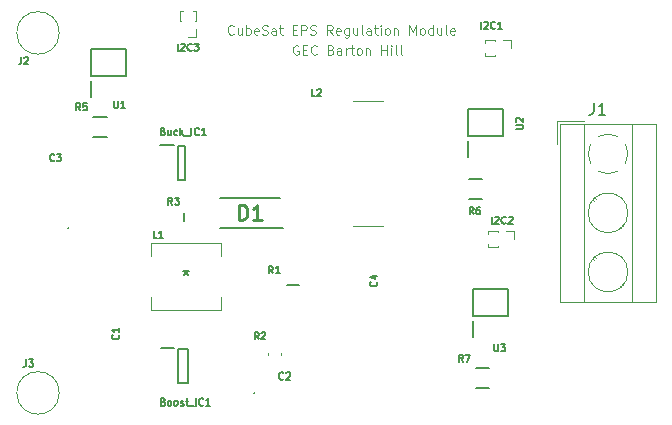
<source format=gbr>
%TF.GenerationSoftware,KiCad,Pcbnew,(6.0.11)*%
%TF.CreationDate,2023-02-13T21:25:59+05:30*%
%TF.ProjectId,1,312e6b69-6361-4645-9f70-636258585858,rev?*%
%TF.SameCoordinates,Original*%
%TF.FileFunction,Legend,Top*%
%TF.FilePolarity,Positive*%
%FSLAX46Y46*%
G04 Gerber Fmt 4.6, Leading zero omitted, Abs format (unit mm)*
G04 Created by KiCad (PCBNEW (6.0.11)) date 2023-02-13 21:25:59*
%MOMM*%
%LPD*%
G01*
G04 APERTURE LIST*
%ADD10C,0.100000*%
%ADD11C,0.150000*%
%ADD12C,0.254000*%
%ADD13C,0.120000*%
%ADD14C,0.200000*%
%ADD15C,0.152400*%
G04 APERTURE END LIST*
D10*
X151176190Y-71185714D02*
X151138095Y-71223809D01*
X151023809Y-71261904D01*
X150947619Y-71261904D01*
X150833333Y-71223809D01*
X150757142Y-71147619D01*
X150719047Y-71071428D01*
X150680952Y-70919047D01*
X150680952Y-70804761D01*
X150719047Y-70652380D01*
X150757142Y-70576190D01*
X150833333Y-70500000D01*
X150947619Y-70461904D01*
X151023809Y-70461904D01*
X151138095Y-70500000D01*
X151176190Y-70538095D01*
X151861904Y-70728571D02*
X151861904Y-71261904D01*
X151519047Y-70728571D02*
X151519047Y-71147619D01*
X151557142Y-71223809D01*
X151633333Y-71261904D01*
X151747619Y-71261904D01*
X151823809Y-71223809D01*
X151861904Y-71185714D01*
X152242857Y-71261904D02*
X152242857Y-70461904D01*
X152242857Y-70766666D02*
X152319047Y-70728571D01*
X152471428Y-70728571D01*
X152547619Y-70766666D01*
X152585714Y-70804761D01*
X152623809Y-70880952D01*
X152623809Y-71109523D01*
X152585714Y-71185714D01*
X152547619Y-71223809D01*
X152471428Y-71261904D01*
X152319047Y-71261904D01*
X152242857Y-71223809D01*
X153271428Y-71223809D02*
X153195238Y-71261904D01*
X153042857Y-71261904D01*
X152966666Y-71223809D01*
X152928571Y-71147619D01*
X152928571Y-70842857D01*
X152966666Y-70766666D01*
X153042857Y-70728571D01*
X153195238Y-70728571D01*
X153271428Y-70766666D01*
X153309523Y-70842857D01*
X153309523Y-70919047D01*
X152928571Y-70995238D01*
X153614285Y-71223809D02*
X153728571Y-71261904D01*
X153919047Y-71261904D01*
X153995238Y-71223809D01*
X154033333Y-71185714D01*
X154071428Y-71109523D01*
X154071428Y-71033333D01*
X154033333Y-70957142D01*
X153995238Y-70919047D01*
X153919047Y-70880952D01*
X153766666Y-70842857D01*
X153690476Y-70804761D01*
X153652380Y-70766666D01*
X153614285Y-70690476D01*
X153614285Y-70614285D01*
X153652380Y-70538095D01*
X153690476Y-70500000D01*
X153766666Y-70461904D01*
X153957142Y-70461904D01*
X154071428Y-70500000D01*
X154757142Y-71261904D02*
X154757142Y-70842857D01*
X154719047Y-70766666D01*
X154642857Y-70728571D01*
X154490476Y-70728571D01*
X154414285Y-70766666D01*
X154757142Y-71223809D02*
X154680952Y-71261904D01*
X154490476Y-71261904D01*
X154414285Y-71223809D01*
X154376190Y-71147619D01*
X154376190Y-71071428D01*
X154414285Y-70995238D01*
X154490476Y-70957142D01*
X154680952Y-70957142D01*
X154757142Y-70919047D01*
X155023809Y-70728571D02*
X155328571Y-70728571D01*
X155138095Y-70461904D02*
X155138095Y-71147619D01*
X155176190Y-71223809D01*
X155252380Y-71261904D01*
X155328571Y-71261904D01*
X156204761Y-70842857D02*
X156471428Y-70842857D01*
X156585714Y-71261904D02*
X156204761Y-71261904D01*
X156204761Y-70461904D01*
X156585714Y-70461904D01*
X156928571Y-71261904D02*
X156928571Y-70461904D01*
X157233333Y-70461904D01*
X157309523Y-70500000D01*
X157347619Y-70538095D01*
X157385714Y-70614285D01*
X157385714Y-70728571D01*
X157347619Y-70804761D01*
X157309523Y-70842857D01*
X157233333Y-70880952D01*
X156928571Y-70880952D01*
X157690476Y-71223809D02*
X157804761Y-71261904D01*
X157995238Y-71261904D01*
X158071428Y-71223809D01*
X158109523Y-71185714D01*
X158147619Y-71109523D01*
X158147619Y-71033333D01*
X158109523Y-70957142D01*
X158071428Y-70919047D01*
X157995238Y-70880952D01*
X157842857Y-70842857D01*
X157766666Y-70804761D01*
X157728571Y-70766666D01*
X157690476Y-70690476D01*
X157690476Y-70614285D01*
X157728571Y-70538095D01*
X157766666Y-70500000D01*
X157842857Y-70461904D01*
X158033333Y-70461904D01*
X158147619Y-70500000D01*
X159557142Y-71261904D02*
X159290476Y-70880952D01*
X159100000Y-71261904D02*
X159100000Y-70461904D01*
X159404761Y-70461904D01*
X159480952Y-70500000D01*
X159519047Y-70538095D01*
X159557142Y-70614285D01*
X159557142Y-70728571D01*
X159519047Y-70804761D01*
X159480952Y-70842857D01*
X159404761Y-70880952D01*
X159100000Y-70880952D01*
X160204761Y-71223809D02*
X160128571Y-71261904D01*
X159976190Y-71261904D01*
X159900000Y-71223809D01*
X159861904Y-71147619D01*
X159861904Y-70842857D01*
X159900000Y-70766666D01*
X159976190Y-70728571D01*
X160128571Y-70728571D01*
X160204761Y-70766666D01*
X160242857Y-70842857D01*
X160242857Y-70919047D01*
X159861904Y-70995238D01*
X160928571Y-70728571D02*
X160928571Y-71376190D01*
X160890476Y-71452380D01*
X160852380Y-71490476D01*
X160776190Y-71528571D01*
X160661904Y-71528571D01*
X160585714Y-71490476D01*
X160928571Y-71223809D02*
X160852380Y-71261904D01*
X160700000Y-71261904D01*
X160623809Y-71223809D01*
X160585714Y-71185714D01*
X160547619Y-71109523D01*
X160547619Y-70880952D01*
X160585714Y-70804761D01*
X160623809Y-70766666D01*
X160700000Y-70728571D01*
X160852380Y-70728571D01*
X160928571Y-70766666D01*
X161652380Y-70728571D02*
X161652380Y-71261904D01*
X161309523Y-70728571D02*
X161309523Y-71147619D01*
X161347619Y-71223809D01*
X161423809Y-71261904D01*
X161538095Y-71261904D01*
X161614285Y-71223809D01*
X161652380Y-71185714D01*
X162147619Y-71261904D02*
X162071428Y-71223809D01*
X162033333Y-71147619D01*
X162033333Y-70461904D01*
X162795238Y-71261904D02*
X162795238Y-70842857D01*
X162757142Y-70766666D01*
X162680952Y-70728571D01*
X162528571Y-70728571D01*
X162452380Y-70766666D01*
X162795238Y-71223809D02*
X162719047Y-71261904D01*
X162528571Y-71261904D01*
X162452380Y-71223809D01*
X162414285Y-71147619D01*
X162414285Y-71071428D01*
X162452380Y-70995238D01*
X162528571Y-70957142D01*
X162719047Y-70957142D01*
X162795238Y-70919047D01*
X163061904Y-70728571D02*
X163366666Y-70728571D01*
X163176190Y-70461904D02*
X163176190Y-71147619D01*
X163214285Y-71223809D01*
X163290476Y-71261904D01*
X163366666Y-71261904D01*
X163633333Y-71261904D02*
X163633333Y-70728571D01*
X163633333Y-70461904D02*
X163595238Y-70500000D01*
X163633333Y-70538095D01*
X163671428Y-70500000D01*
X163633333Y-70461904D01*
X163633333Y-70538095D01*
X164128571Y-71261904D02*
X164052380Y-71223809D01*
X164014285Y-71185714D01*
X163976190Y-71109523D01*
X163976190Y-70880952D01*
X164014285Y-70804761D01*
X164052380Y-70766666D01*
X164128571Y-70728571D01*
X164242857Y-70728571D01*
X164319047Y-70766666D01*
X164357142Y-70804761D01*
X164395238Y-70880952D01*
X164395238Y-71109523D01*
X164357142Y-71185714D01*
X164319047Y-71223809D01*
X164242857Y-71261904D01*
X164128571Y-71261904D01*
X164738095Y-70728571D02*
X164738095Y-71261904D01*
X164738095Y-70804761D02*
X164776190Y-70766666D01*
X164852380Y-70728571D01*
X164966666Y-70728571D01*
X165042857Y-70766666D01*
X165080952Y-70842857D01*
X165080952Y-71261904D01*
X166071428Y-71261904D02*
X166071428Y-70461904D01*
X166338095Y-71033333D01*
X166604761Y-70461904D01*
X166604761Y-71261904D01*
X167100000Y-71261904D02*
X167023809Y-71223809D01*
X166985714Y-71185714D01*
X166947619Y-71109523D01*
X166947619Y-70880952D01*
X166985714Y-70804761D01*
X167023809Y-70766666D01*
X167100000Y-70728571D01*
X167214285Y-70728571D01*
X167290476Y-70766666D01*
X167328571Y-70804761D01*
X167366666Y-70880952D01*
X167366666Y-71109523D01*
X167328571Y-71185714D01*
X167290476Y-71223809D01*
X167214285Y-71261904D01*
X167100000Y-71261904D01*
X168052380Y-71261904D02*
X168052380Y-70461904D01*
X168052380Y-71223809D02*
X167976190Y-71261904D01*
X167823809Y-71261904D01*
X167747619Y-71223809D01*
X167709523Y-71185714D01*
X167671428Y-71109523D01*
X167671428Y-70880952D01*
X167709523Y-70804761D01*
X167747619Y-70766666D01*
X167823809Y-70728571D01*
X167976190Y-70728571D01*
X168052380Y-70766666D01*
X168776190Y-70728571D02*
X168776190Y-71261904D01*
X168433333Y-70728571D02*
X168433333Y-71147619D01*
X168471428Y-71223809D01*
X168547619Y-71261904D01*
X168661904Y-71261904D01*
X168738095Y-71223809D01*
X168776190Y-71185714D01*
X169271428Y-71261904D02*
X169195238Y-71223809D01*
X169157142Y-71147619D01*
X169157142Y-70461904D01*
X169880952Y-71223809D02*
X169804761Y-71261904D01*
X169652380Y-71261904D01*
X169576190Y-71223809D01*
X169538095Y-71147619D01*
X169538095Y-70842857D01*
X169576190Y-70766666D01*
X169652380Y-70728571D01*
X169804761Y-70728571D01*
X169880952Y-70766666D01*
X169919047Y-70842857D01*
X169919047Y-70919047D01*
X169538095Y-70995238D01*
X156647619Y-72200000D02*
X156571428Y-72161904D01*
X156457142Y-72161904D01*
X156342857Y-72200000D01*
X156266666Y-72276190D01*
X156228571Y-72352380D01*
X156190476Y-72504761D01*
X156190476Y-72619047D01*
X156228571Y-72771428D01*
X156266666Y-72847619D01*
X156342857Y-72923809D01*
X156457142Y-72961904D01*
X156533333Y-72961904D01*
X156647619Y-72923809D01*
X156685714Y-72885714D01*
X156685714Y-72619047D01*
X156533333Y-72619047D01*
X157028571Y-72542857D02*
X157295238Y-72542857D01*
X157409523Y-72961904D02*
X157028571Y-72961904D01*
X157028571Y-72161904D01*
X157409523Y-72161904D01*
X158209523Y-72885714D02*
X158171428Y-72923809D01*
X158057142Y-72961904D01*
X157980952Y-72961904D01*
X157866666Y-72923809D01*
X157790476Y-72847619D01*
X157752380Y-72771428D01*
X157714285Y-72619047D01*
X157714285Y-72504761D01*
X157752380Y-72352380D01*
X157790476Y-72276190D01*
X157866666Y-72200000D01*
X157980952Y-72161904D01*
X158057142Y-72161904D01*
X158171428Y-72200000D01*
X158209523Y-72238095D01*
X159428571Y-72542857D02*
X159542857Y-72580952D01*
X159580952Y-72619047D01*
X159619047Y-72695238D01*
X159619047Y-72809523D01*
X159580952Y-72885714D01*
X159542857Y-72923809D01*
X159466666Y-72961904D01*
X159161904Y-72961904D01*
X159161904Y-72161904D01*
X159428571Y-72161904D01*
X159504761Y-72200000D01*
X159542857Y-72238095D01*
X159580952Y-72314285D01*
X159580952Y-72390476D01*
X159542857Y-72466666D01*
X159504761Y-72504761D01*
X159428571Y-72542857D01*
X159161904Y-72542857D01*
X160304761Y-72961904D02*
X160304761Y-72542857D01*
X160266666Y-72466666D01*
X160190476Y-72428571D01*
X160038095Y-72428571D01*
X159961904Y-72466666D01*
X160304761Y-72923809D02*
X160228571Y-72961904D01*
X160038095Y-72961904D01*
X159961904Y-72923809D01*
X159923809Y-72847619D01*
X159923809Y-72771428D01*
X159961904Y-72695238D01*
X160038095Y-72657142D01*
X160228571Y-72657142D01*
X160304761Y-72619047D01*
X160685714Y-72961904D02*
X160685714Y-72428571D01*
X160685714Y-72580952D02*
X160723809Y-72504761D01*
X160761904Y-72466666D01*
X160838095Y-72428571D01*
X160914285Y-72428571D01*
X161066666Y-72428571D02*
X161371428Y-72428571D01*
X161180952Y-72161904D02*
X161180952Y-72847619D01*
X161219047Y-72923809D01*
X161295238Y-72961904D01*
X161371428Y-72961904D01*
X161752380Y-72961904D02*
X161676190Y-72923809D01*
X161638095Y-72885714D01*
X161600000Y-72809523D01*
X161600000Y-72580952D01*
X161638095Y-72504761D01*
X161676190Y-72466666D01*
X161752380Y-72428571D01*
X161866666Y-72428571D01*
X161942857Y-72466666D01*
X161980952Y-72504761D01*
X162019047Y-72580952D01*
X162019047Y-72809523D01*
X161980952Y-72885714D01*
X161942857Y-72923809D01*
X161866666Y-72961904D01*
X161752380Y-72961904D01*
X162361904Y-72428571D02*
X162361904Y-72961904D01*
X162361904Y-72504761D02*
X162399999Y-72466666D01*
X162476190Y-72428571D01*
X162590476Y-72428571D01*
X162666666Y-72466666D01*
X162704761Y-72542857D01*
X162704761Y-72961904D01*
X163695238Y-72961904D02*
X163695238Y-72161904D01*
X163695238Y-72542857D02*
X164152380Y-72542857D01*
X164152380Y-72961904D02*
X164152380Y-72161904D01*
X164533333Y-72961904D02*
X164533333Y-72428571D01*
X164533333Y-72161904D02*
X164495238Y-72200000D01*
X164533333Y-72238095D01*
X164571428Y-72200000D01*
X164533333Y-72161904D01*
X164533333Y-72238095D01*
X165028571Y-72961904D02*
X164952380Y-72923809D01*
X164914285Y-72847619D01*
X164914285Y-72161904D01*
X165447619Y-72961904D02*
X165371428Y-72923809D01*
X165333333Y-72847619D01*
X165333333Y-72161904D01*
D11*
%TO.C,L2*%
X158100000Y-76471428D02*
X157814285Y-76471428D01*
X157814285Y-75871428D01*
X158271428Y-75928571D02*
X158300000Y-75900000D01*
X158357142Y-75871428D01*
X158500000Y-75871428D01*
X158557142Y-75900000D01*
X158585714Y-75928571D01*
X158614285Y-75985714D01*
X158614285Y-76042857D01*
X158585714Y-76128571D01*
X158242857Y-76471428D01*
X158614285Y-76471428D01*
%TO.C,C2*%
X155400000Y-100414285D02*
X155371428Y-100442857D01*
X155285714Y-100471428D01*
X155228571Y-100471428D01*
X155142857Y-100442857D01*
X155085714Y-100385714D01*
X155057142Y-100328571D01*
X155028571Y-100214285D01*
X155028571Y-100128571D01*
X155057142Y-100014285D01*
X155085714Y-99957142D01*
X155142857Y-99900000D01*
X155228571Y-99871428D01*
X155285714Y-99871428D01*
X155371428Y-99900000D01*
X155400000Y-99928571D01*
X155628571Y-99928571D02*
X155657142Y-99900000D01*
X155714285Y-99871428D01*
X155857142Y-99871428D01*
X155914285Y-99900000D01*
X155942857Y-99928571D01*
X155971428Y-99985714D01*
X155971428Y-100042857D01*
X155942857Y-100128571D01*
X155600000Y-100471428D01*
X155971428Y-100471428D01*
%TO.C,R6*%
X171500000Y-86471428D02*
X171300000Y-86185714D01*
X171157142Y-86471428D02*
X171157142Y-85871428D01*
X171385714Y-85871428D01*
X171442857Y-85900000D01*
X171471428Y-85928571D01*
X171500000Y-85985714D01*
X171500000Y-86071428D01*
X171471428Y-86128571D01*
X171442857Y-86157142D01*
X171385714Y-86185714D01*
X171157142Y-86185714D01*
X172014285Y-85871428D02*
X171900000Y-85871428D01*
X171842857Y-85900000D01*
X171814285Y-85928571D01*
X171757142Y-86014285D01*
X171728571Y-86128571D01*
X171728571Y-86357142D01*
X171757142Y-86414285D01*
X171785714Y-86442857D01*
X171842857Y-86471428D01*
X171957142Y-86471428D01*
X172014285Y-86442857D01*
X172042857Y-86414285D01*
X172071428Y-86357142D01*
X172071428Y-86214285D01*
X172042857Y-86157142D01*
X172014285Y-86128571D01*
X171957142Y-86100000D01*
X171842857Y-86100000D01*
X171785714Y-86128571D01*
X171757142Y-86157142D01*
X171728571Y-86214285D01*
%TO.C,R5*%
X138200000Y-77671428D02*
X138000000Y-77385714D01*
X137857142Y-77671428D02*
X137857142Y-77071428D01*
X138085714Y-77071428D01*
X138142857Y-77100000D01*
X138171428Y-77128571D01*
X138200000Y-77185714D01*
X138200000Y-77271428D01*
X138171428Y-77328571D01*
X138142857Y-77357142D01*
X138085714Y-77385714D01*
X137857142Y-77385714D01*
X138742857Y-77071428D02*
X138457142Y-77071428D01*
X138428571Y-77357142D01*
X138457142Y-77328571D01*
X138514285Y-77300000D01*
X138657142Y-77300000D01*
X138714285Y-77328571D01*
X138742857Y-77357142D01*
X138771428Y-77414285D01*
X138771428Y-77557142D01*
X138742857Y-77614285D01*
X138714285Y-77642857D01*
X138657142Y-77671428D01*
X138514285Y-77671428D01*
X138457142Y-77642857D01*
X138428571Y-77614285D01*
%TO.C,J1*%
X181666666Y-77052380D02*
X181666666Y-77766666D01*
X181619047Y-77909523D01*
X181523809Y-78004761D01*
X181380952Y-78052380D01*
X181285714Y-78052380D01*
X182666666Y-78052380D02*
X182095238Y-78052380D01*
X182380952Y-78052380D02*
X182380952Y-77052380D01*
X182285714Y-77195238D01*
X182190476Y-77290476D01*
X182095238Y-77338095D01*
%TO.C,R1*%
X154500000Y-91471428D02*
X154300000Y-91185714D01*
X154157142Y-91471428D02*
X154157142Y-90871428D01*
X154385714Y-90871428D01*
X154442857Y-90900000D01*
X154471428Y-90928571D01*
X154500000Y-90985714D01*
X154500000Y-91071428D01*
X154471428Y-91128571D01*
X154442857Y-91157142D01*
X154385714Y-91185714D01*
X154157142Y-91185714D01*
X155071428Y-91471428D02*
X154728571Y-91471428D01*
X154900000Y-91471428D02*
X154900000Y-90871428D01*
X154842857Y-90957142D01*
X154785714Y-91014285D01*
X154728571Y-91042857D01*
%TO.C,Boost_IC1*%
X145228571Y-102357142D02*
X145314285Y-102385714D01*
X145342857Y-102414285D01*
X145371428Y-102471428D01*
X145371428Y-102557142D01*
X145342857Y-102614285D01*
X145314285Y-102642857D01*
X145257142Y-102671428D01*
X145028571Y-102671428D01*
X145028571Y-102071428D01*
X145228571Y-102071428D01*
X145285714Y-102100000D01*
X145314285Y-102128571D01*
X145342857Y-102185714D01*
X145342857Y-102242857D01*
X145314285Y-102300000D01*
X145285714Y-102328571D01*
X145228571Y-102357142D01*
X145028571Y-102357142D01*
X145714285Y-102671428D02*
X145657142Y-102642857D01*
X145628571Y-102614285D01*
X145600000Y-102557142D01*
X145600000Y-102385714D01*
X145628571Y-102328571D01*
X145657142Y-102300000D01*
X145714285Y-102271428D01*
X145800000Y-102271428D01*
X145857142Y-102300000D01*
X145885714Y-102328571D01*
X145914285Y-102385714D01*
X145914285Y-102557142D01*
X145885714Y-102614285D01*
X145857142Y-102642857D01*
X145800000Y-102671428D01*
X145714285Y-102671428D01*
X146257142Y-102671428D02*
X146200000Y-102642857D01*
X146171428Y-102614285D01*
X146142857Y-102557142D01*
X146142857Y-102385714D01*
X146171428Y-102328571D01*
X146200000Y-102300000D01*
X146257142Y-102271428D01*
X146342857Y-102271428D01*
X146400000Y-102300000D01*
X146428571Y-102328571D01*
X146457142Y-102385714D01*
X146457142Y-102557142D01*
X146428571Y-102614285D01*
X146400000Y-102642857D01*
X146342857Y-102671428D01*
X146257142Y-102671428D01*
X146685714Y-102642857D02*
X146742857Y-102671428D01*
X146857142Y-102671428D01*
X146914285Y-102642857D01*
X146942857Y-102585714D01*
X146942857Y-102557142D01*
X146914285Y-102500000D01*
X146857142Y-102471428D01*
X146771428Y-102471428D01*
X146714285Y-102442857D01*
X146685714Y-102385714D01*
X146685714Y-102357142D01*
X146714285Y-102300000D01*
X146771428Y-102271428D01*
X146857142Y-102271428D01*
X146914285Y-102300000D01*
X147114285Y-102271428D02*
X147342857Y-102271428D01*
X147200000Y-102071428D02*
X147200000Y-102585714D01*
X147228571Y-102642857D01*
X147285714Y-102671428D01*
X147342857Y-102671428D01*
X147400000Y-102728571D02*
X147857142Y-102728571D01*
X148000000Y-102671428D02*
X148000000Y-102071428D01*
X148628571Y-102614285D02*
X148600000Y-102642857D01*
X148514285Y-102671428D01*
X148457142Y-102671428D01*
X148371428Y-102642857D01*
X148314285Y-102585714D01*
X148285714Y-102528571D01*
X148257142Y-102414285D01*
X148257142Y-102328571D01*
X148285714Y-102214285D01*
X148314285Y-102157142D01*
X148371428Y-102100000D01*
X148457142Y-102071428D01*
X148514285Y-102071428D01*
X148600000Y-102100000D01*
X148628571Y-102128571D01*
X149200000Y-102671428D02*
X148857142Y-102671428D01*
X149028571Y-102671428D02*
X149028571Y-102071428D01*
X148971428Y-102157142D01*
X148914285Y-102214285D01*
X148857142Y-102242857D01*
%TO.C,R3*%
X146000000Y-85671428D02*
X145800000Y-85385714D01*
X145657142Y-85671428D02*
X145657142Y-85071428D01*
X145885714Y-85071428D01*
X145942857Y-85100000D01*
X145971428Y-85128571D01*
X146000000Y-85185714D01*
X146000000Y-85271428D01*
X145971428Y-85328571D01*
X145942857Y-85357142D01*
X145885714Y-85385714D01*
X145657142Y-85385714D01*
X146200000Y-85071428D02*
X146571428Y-85071428D01*
X146371428Y-85300000D01*
X146457142Y-85300000D01*
X146514285Y-85328571D01*
X146542857Y-85357142D01*
X146571428Y-85414285D01*
X146571428Y-85557142D01*
X146542857Y-85614285D01*
X146514285Y-85642857D01*
X146457142Y-85671428D01*
X146285714Y-85671428D01*
X146228571Y-85642857D01*
X146200000Y-85614285D01*
%TO.C,U2*%
X175071428Y-79257142D02*
X175557142Y-79257142D01*
X175614285Y-79228571D01*
X175642857Y-79200000D01*
X175671428Y-79142857D01*
X175671428Y-79028571D01*
X175642857Y-78971428D01*
X175614285Y-78942857D01*
X175557142Y-78914285D01*
X175071428Y-78914285D01*
X175128571Y-78657142D02*
X175100000Y-78628571D01*
X175071428Y-78571428D01*
X175071428Y-78428571D01*
X175100000Y-78371428D01*
X175128571Y-78342857D01*
X175185714Y-78314285D01*
X175242857Y-78314285D01*
X175328571Y-78342857D01*
X175671428Y-78685714D01*
X175671428Y-78314285D01*
D12*
%TO.C,D1*%
X151612619Y-86934523D02*
X151612619Y-85664523D01*
X151915000Y-85664523D01*
X152096428Y-85725000D01*
X152217380Y-85845952D01*
X152277857Y-85966904D01*
X152338333Y-86208809D01*
X152338333Y-86390238D01*
X152277857Y-86632142D01*
X152217380Y-86753095D01*
X152096428Y-86874047D01*
X151915000Y-86934523D01*
X151612619Y-86934523D01*
X153547857Y-86934523D02*
X152822142Y-86934523D01*
X153185000Y-86934523D02*
X153185000Y-85664523D01*
X153064047Y-85845952D01*
X152943095Y-85966904D01*
X152822142Y-86027380D01*
D11*
%TO.C,J2*%
X133200000Y-73171428D02*
X133200000Y-73600000D01*
X133171428Y-73685714D01*
X133114285Y-73742857D01*
X133028571Y-73771428D01*
X132971428Y-73771428D01*
X133457142Y-73228571D02*
X133485714Y-73200000D01*
X133542857Y-73171428D01*
X133685714Y-73171428D01*
X133742857Y-73200000D01*
X133771428Y-73228571D01*
X133800000Y-73285714D01*
X133800000Y-73342857D01*
X133771428Y-73428571D01*
X133428571Y-73771428D01*
X133800000Y-73771428D01*
%TO.C,R7*%
X170600000Y-98971428D02*
X170400000Y-98685714D01*
X170257142Y-98971428D02*
X170257142Y-98371428D01*
X170485714Y-98371428D01*
X170542857Y-98400000D01*
X170571428Y-98428571D01*
X170600000Y-98485714D01*
X170600000Y-98571428D01*
X170571428Y-98628571D01*
X170542857Y-98657142D01*
X170485714Y-98685714D01*
X170257142Y-98685714D01*
X170800000Y-98371428D02*
X171200000Y-98371428D01*
X170942857Y-98971428D01*
%TO.C,Buck_IC1*%
X145214285Y-79457142D02*
X145300000Y-79485714D01*
X145328571Y-79514285D01*
X145357142Y-79571428D01*
X145357142Y-79657142D01*
X145328571Y-79714285D01*
X145300000Y-79742857D01*
X145242857Y-79771428D01*
X145014285Y-79771428D01*
X145014285Y-79171428D01*
X145214285Y-79171428D01*
X145271428Y-79200000D01*
X145300000Y-79228571D01*
X145328571Y-79285714D01*
X145328571Y-79342857D01*
X145300000Y-79400000D01*
X145271428Y-79428571D01*
X145214285Y-79457142D01*
X145014285Y-79457142D01*
X145871428Y-79371428D02*
X145871428Y-79771428D01*
X145614285Y-79371428D02*
X145614285Y-79685714D01*
X145642857Y-79742857D01*
X145700000Y-79771428D01*
X145785714Y-79771428D01*
X145842857Y-79742857D01*
X145871428Y-79714285D01*
X146414285Y-79742857D02*
X146357142Y-79771428D01*
X146242857Y-79771428D01*
X146185714Y-79742857D01*
X146157142Y-79714285D01*
X146128571Y-79657142D01*
X146128571Y-79485714D01*
X146157142Y-79428571D01*
X146185714Y-79400000D01*
X146242857Y-79371428D01*
X146357142Y-79371428D01*
X146414285Y-79400000D01*
X146671428Y-79771428D02*
X146671428Y-79171428D01*
X146728571Y-79542857D02*
X146900000Y-79771428D01*
X146900000Y-79371428D02*
X146671428Y-79600000D01*
X147014285Y-79828571D02*
X147471428Y-79828571D01*
X147614285Y-79771428D02*
X147614285Y-79171428D01*
X148242857Y-79714285D02*
X148214285Y-79742857D01*
X148128571Y-79771428D01*
X148071428Y-79771428D01*
X147985714Y-79742857D01*
X147928571Y-79685714D01*
X147900000Y-79628571D01*
X147871428Y-79514285D01*
X147871428Y-79428571D01*
X147900000Y-79314285D01*
X147928571Y-79257142D01*
X147985714Y-79200000D01*
X148071428Y-79171428D01*
X148128571Y-79171428D01*
X148214285Y-79200000D01*
X148242857Y-79228571D01*
X148814285Y-79771428D02*
X148471428Y-79771428D01*
X148642857Y-79771428D02*
X148642857Y-79171428D01*
X148585714Y-79257142D01*
X148528571Y-79314285D01*
X148471428Y-79342857D01*
%TO.C,I2C1*%
X172128571Y-70771428D02*
X172128571Y-70171428D01*
X172385714Y-70228571D02*
X172414285Y-70200000D01*
X172471428Y-70171428D01*
X172614285Y-70171428D01*
X172671428Y-70200000D01*
X172700000Y-70228571D01*
X172728571Y-70285714D01*
X172728571Y-70342857D01*
X172700000Y-70428571D01*
X172357142Y-70771428D01*
X172728571Y-70771428D01*
X173328571Y-70714285D02*
X173300000Y-70742857D01*
X173214285Y-70771428D01*
X173157142Y-70771428D01*
X173071428Y-70742857D01*
X173014285Y-70685714D01*
X172985714Y-70628571D01*
X172957142Y-70514285D01*
X172957142Y-70428571D01*
X172985714Y-70314285D01*
X173014285Y-70257142D01*
X173071428Y-70200000D01*
X173157142Y-70171428D01*
X173214285Y-70171428D01*
X173300000Y-70200000D01*
X173328571Y-70228571D01*
X173900000Y-70771428D02*
X173557142Y-70771428D01*
X173728571Y-70771428D02*
X173728571Y-70171428D01*
X173671428Y-70257142D01*
X173614285Y-70314285D01*
X173557142Y-70342857D01*
%TO.C,U3*%
X173242857Y-97471428D02*
X173242857Y-97957142D01*
X173271428Y-98014285D01*
X173300000Y-98042857D01*
X173357142Y-98071428D01*
X173471428Y-98071428D01*
X173528571Y-98042857D01*
X173557142Y-98014285D01*
X173585714Y-97957142D01*
X173585714Y-97471428D01*
X173814285Y-97471428D02*
X174185714Y-97471428D01*
X173985714Y-97700000D01*
X174071428Y-97700000D01*
X174128571Y-97728571D01*
X174157142Y-97757142D01*
X174185714Y-97814285D01*
X174185714Y-97957142D01*
X174157142Y-98014285D01*
X174128571Y-98042857D01*
X174071428Y-98071428D01*
X173900000Y-98071428D01*
X173842857Y-98042857D01*
X173814285Y-98014285D01*
%TO.C,J3*%
X133600000Y-98771428D02*
X133600000Y-99200000D01*
X133571428Y-99285714D01*
X133514285Y-99342857D01*
X133428571Y-99371428D01*
X133371428Y-99371428D01*
X133828571Y-98771428D02*
X134200000Y-98771428D01*
X134000000Y-99000000D01*
X134085714Y-99000000D01*
X134142857Y-99028571D01*
X134171428Y-99057142D01*
X134200000Y-99114285D01*
X134200000Y-99257142D01*
X134171428Y-99314285D01*
X134142857Y-99342857D01*
X134085714Y-99371428D01*
X133914285Y-99371428D01*
X133857142Y-99342857D01*
X133828571Y-99314285D01*
%TO.C,I2C3*%
X146448571Y-72623428D02*
X146448571Y-72023428D01*
X146705714Y-72080571D02*
X146734285Y-72052000D01*
X146791428Y-72023428D01*
X146934285Y-72023428D01*
X146991428Y-72052000D01*
X147020000Y-72080571D01*
X147048571Y-72137714D01*
X147048571Y-72194857D01*
X147020000Y-72280571D01*
X146677142Y-72623428D01*
X147048571Y-72623428D01*
X147648571Y-72566285D02*
X147620000Y-72594857D01*
X147534285Y-72623428D01*
X147477142Y-72623428D01*
X147391428Y-72594857D01*
X147334285Y-72537714D01*
X147305714Y-72480571D01*
X147277142Y-72366285D01*
X147277142Y-72280571D01*
X147305714Y-72166285D01*
X147334285Y-72109142D01*
X147391428Y-72052000D01*
X147477142Y-72023428D01*
X147534285Y-72023428D01*
X147620000Y-72052000D01*
X147648571Y-72080571D01*
X147848571Y-72023428D02*
X148220000Y-72023428D01*
X148020000Y-72252000D01*
X148105714Y-72252000D01*
X148162857Y-72280571D01*
X148191428Y-72309142D01*
X148220000Y-72366285D01*
X148220000Y-72509142D01*
X148191428Y-72566285D01*
X148162857Y-72594857D01*
X148105714Y-72623428D01*
X147934285Y-72623428D01*
X147877142Y-72594857D01*
X147848571Y-72566285D01*
%TO.C,C4*%
X163282285Y-92200000D02*
X163310857Y-92228571D01*
X163339428Y-92314285D01*
X163339428Y-92371428D01*
X163310857Y-92457142D01*
X163253714Y-92514285D01*
X163196571Y-92542857D01*
X163082285Y-92571428D01*
X162996571Y-92571428D01*
X162882285Y-92542857D01*
X162825142Y-92514285D01*
X162768000Y-92457142D01*
X162739428Y-92371428D01*
X162739428Y-92314285D01*
X162768000Y-92228571D01*
X162796571Y-92200000D01*
X162939428Y-91685714D02*
X163339428Y-91685714D01*
X162710857Y-91828571D02*
X163139428Y-91971428D01*
X163139428Y-91600000D01*
%TO.C,U1*%
X141042857Y-76871428D02*
X141042857Y-77357142D01*
X141071428Y-77414285D01*
X141100000Y-77442857D01*
X141157142Y-77471428D01*
X141271428Y-77471428D01*
X141328571Y-77442857D01*
X141357142Y-77414285D01*
X141385714Y-77357142D01*
X141385714Y-76871428D01*
X141985714Y-77471428D02*
X141642857Y-77471428D01*
X141814285Y-77471428D02*
X141814285Y-76871428D01*
X141757142Y-76957142D01*
X141700000Y-77014285D01*
X141642857Y-77042857D01*
%TO.C,R2*%
X153300000Y-97071428D02*
X153100000Y-96785714D01*
X152957142Y-97071428D02*
X152957142Y-96471428D01*
X153185714Y-96471428D01*
X153242857Y-96500000D01*
X153271428Y-96528571D01*
X153300000Y-96585714D01*
X153300000Y-96671428D01*
X153271428Y-96728571D01*
X153242857Y-96757142D01*
X153185714Y-96785714D01*
X152957142Y-96785714D01*
X153528571Y-96528571D02*
X153557142Y-96500000D01*
X153614285Y-96471428D01*
X153757142Y-96471428D01*
X153814285Y-96500000D01*
X153842857Y-96528571D01*
X153871428Y-96585714D01*
X153871428Y-96642857D01*
X153842857Y-96728571D01*
X153500000Y-97071428D01*
X153871428Y-97071428D01*
%TO.C,I2C2*%
X173028571Y-87271428D02*
X173028571Y-86671428D01*
X173285714Y-86728571D02*
X173314285Y-86700000D01*
X173371428Y-86671428D01*
X173514285Y-86671428D01*
X173571428Y-86700000D01*
X173600000Y-86728571D01*
X173628571Y-86785714D01*
X173628571Y-86842857D01*
X173600000Y-86928571D01*
X173257142Y-87271428D01*
X173628571Y-87271428D01*
X174228571Y-87214285D02*
X174200000Y-87242857D01*
X174114285Y-87271428D01*
X174057142Y-87271428D01*
X173971428Y-87242857D01*
X173914285Y-87185714D01*
X173885714Y-87128571D01*
X173857142Y-87014285D01*
X173857142Y-86928571D01*
X173885714Y-86814285D01*
X173914285Y-86757142D01*
X173971428Y-86700000D01*
X174057142Y-86671428D01*
X174114285Y-86671428D01*
X174200000Y-86700000D01*
X174228571Y-86728571D01*
X174457142Y-86728571D02*
X174485714Y-86700000D01*
X174542857Y-86671428D01*
X174685714Y-86671428D01*
X174742857Y-86700000D01*
X174771428Y-86728571D01*
X174800000Y-86785714D01*
X174800000Y-86842857D01*
X174771428Y-86928571D01*
X174428571Y-87271428D01*
X174800000Y-87271428D01*
%TO.C,C1*%
X141438285Y-96700000D02*
X141466857Y-96728571D01*
X141495428Y-96814285D01*
X141495428Y-96871428D01*
X141466857Y-96957142D01*
X141409714Y-97014285D01*
X141352571Y-97042857D01*
X141238285Y-97071428D01*
X141152571Y-97071428D01*
X141038285Y-97042857D01*
X140981142Y-97014285D01*
X140924000Y-96957142D01*
X140895428Y-96871428D01*
X140895428Y-96814285D01*
X140924000Y-96728571D01*
X140952571Y-96700000D01*
X141495428Y-96128571D02*
X141495428Y-96471428D01*
X141495428Y-96300000D02*
X140895428Y-96300000D01*
X140981142Y-96357142D01*
X141038285Y-96414285D01*
X141066857Y-96471428D01*
%TO.C,C3*%
X136000000Y-81914285D02*
X135971428Y-81942857D01*
X135885714Y-81971428D01*
X135828571Y-81971428D01*
X135742857Y-81942857D01*
X135685714Y-81885714D01*
X135657142Y-81828571D01*
X135628571Y-81714285D01*
X135628571Y-81628571D01*
X135657142Y-81514285D01*
X135685714Y-81457142D01*
X135742857Y-81400000D01*
X135828571Y-81371428D01*
X135885714Y-81371428D01*
X135971428Y-81400000D01*
X136000000Y-81428571D01*
X136200000Y-81371428D02*
X136571428Y-81371428D01*
X136371428Y-81600000D01*
X136457142Y-81600000D01*
X136514285Y-81628571D01*
X136542857Y-81657142D01*
X136571428Y-81714285D01*
X136571428Y-81857142D01*
X136542857Y-81914285D01*
X136514285Y-81942857D01*
X136457142Y-81971428D01*
X136285714Y-81971428D01*
X136228571Y-81942857D01*
X136200000Y-81914285D01*
%TO.C,L1*%
X144700000Y-88471428D02*
X144414285Y-88471428D01*
X144414285Y-87871428D01*
X145214285Y-88471428D02*
X144871428Y-88471428D01*
X145042857Y-88471428D02*
X145042857Y-87871428D01*
X144985714Y-87957142D01*
X144928571Y-88014285D01*
X144871428Y-88042857D01*
X147150000Y-91167380D02*
X147150000Y-91405476D01*
X146911904Y-91310238D02*
X147150000Y-91405476D01*
X147388095Y-91310238D01*
X147007142Y-91595952D02*
X147150000Y-91405476D01*
X147292857Y-91595952D01*
D13*
%TO.C,L2*%
X161291853Y-87450700D02*
X163828147Y-87450700D01*
X163828147Y-76884300D02*
X161291853Y-76884300D01*
D14*
%TO.C,C2*%
X152930000Y-101600000D02*
G75*
G03*
X152930000Y-101600000I-50000J0D01*
G01*
D15*
%TO.C,R6*%
X172244200Y-83482800D02*
X171075800Y-83482800D01*
X171075800Y-85210000D02*
X172244200Y-85210000D01*
%TO.C,R5*%
X140484200Y-78204400D02*
X139315800Y-78204400D01*
X139315800Y-79931600D02*
X140484200Y-79931600D01*
D13*
%TO.C,J1*%
X184155000Y-92430000D02*
X184096000Y-92371000D01*
X178580000Y-78560000D02*
X178580000Y-80560000D01*
X186940000Y-78800000D02*
X186940000Y-93920000D01*
X184155000Y-87430000D02*
X184096000Y-87371000D01*
X180820000Y-78560000D02*
X178580000Y-78560000D01*
X186940000Y-93920000D02*
X178820000Y-93920000D01*
X183949000Y-92635000D02*
X183856000Y-92541000D01*
X183949000Y-87635000D02*
X183856000Y-87541000D01*
X181904000Y-85180000D02*
X181811000Y-85086000D01*
X181904000Y-90180000D02*
X181811000Y-90086000D01*
X178820000Y-78800000D02*
X178820000Y-93920000D01*
X181664000Y-90350000D02*
X181606000Y-90291000D01*
X186940000Y-78800000D02*
X178820000Y-78800000D01*
X180880000Y-78800000D02*
X180880000Y-93920000D01*
X181664000Y-85350000D02*
X181606000Y-85291000D01*
X184880000Y-78800000D02*
X184880000Y-93920000D01*
X184364000Y-82149000D02*
G75*
G03*
X184363953Y-80570911I-1483995J789000D01*
G01*
X181396000Y-80571000D02*
G75*
G03*
X181199550Y-81389383I1483995J-788998D01*
G01*
X183669000Y-79876000D02*
G75*
G03*
X182090911Y-79876047I-789000J-1483995D01*
G01*
X181200000Y-81360000D02*
G75*
G03*
X181396648Y-82148712I1680000J0D01*
G01*
X182091000Y-82844001D02*
G75*
G03*
X183669089Y-82843953I789000J1484001D01*
G01*
X184560000Y-91360000D02*
G75*
G03*
X184560000Y-91360000I-1680000J0D01*
G01*
X184560000Y-86360000D02*
G75*
G03*
X184560000Y-86360000I-1680000J0D01*
G01*
D14*
%TO.C,R1*%
X155685000Y-92432800D02*
X156735000Y-92432800D01*
%TO.C,Boost_IC1*%
X146476000Y-97885000D02*
X147326000Y-97885000D01*
X146476000Y-100785000D02*
X146476000Y-97885000D01*
X147326000Y-100785000D02*
X146476000Y-100785000D01*
X147326000Y-97885000D02*
X147326000Y-100785000D01*
X145076000Y-97760000D02*
X146126000Y-97760000D01*
%TO.C,R3*%
X147000000Y-86375000D02*
X147000000Y-87025000D01*
%TO.C,U2*%
X173990000Y-77590000D02*
X173990000Y-79890000D01*
X170990000Y-77590000D02*
X173990000Y-77590000D01*
X170990000Y-79890000D02*
X170990000Y-77590000D01*
X173990000Y-79890000D02*
X170990000Y-79890000D01*
X170990000Y-81665000D02*
X170990000Y-80240000D01*
%TO.C,D1*%
X155088000Y-85072000D02*
X150012000Y-85072000D01*
X150012000Y-87648000D02*
X155375000Y-87648000D01*
D13*
%TO.C,J2*%
X136420694Y-71120000D02*
G75*
G03*
X136420694Y-71120000I-1800694J0D01*
G01*
D15*
%TO.C,R7*%
X171665800Y-101188600D02*
X172834200Y-101188600D01*
X172834200Y-99461400D02*
X171665800Y-99461400D01*
D14*
%TO.C,Buck_IC1*%
X144925000Y-80620000D02*
X146125000Y-80620000D01*
X147075000Y-80670000D02*
X147075000Y-83570000D01*
X146475000Y-83570000D02*
X146475000Y-80670000D01*
X146475000Y-80670000D02*
X147075000Y-80670000D01*
X147075000Y-83570000D02*
X146475000Y-83570000D01*
D13*
%TO.C,I2C1*%
X173305000Y-72998276D02*
X173305000Y-73085000D01*
X173990000Y-71695000D02*
X174675000Y-71695000D01*
X173305000Y-71695000D02*
X172430000Y-71695000D01*
X172430000Y-72784493D02*
X172430000Y-73085000D01*
X173305000Y-73085000D02*
X172430000Y-73085000D01*
X172430000Y-71695000D02*
X172430000Y-71995507D01*
X174675000Y-71695000D02*
X174675000Y-72390000D01*
X173305000Y-71695000D02*
X173305000Y-71781724D01*
D14*
%TO.C,U3*%
X171450000Y-95130000D02*
X171450000Y-92830000D01*
X171450000Y-96905000D02*
X171450000Y-95480000D01*
X174450000Y-92830000D02*
X174450000Y-95130000D01*
X171450000Y-92830000D02*
X174450000Y-92830000D01*
X174450000Y-95130000D02*
X171450000Y-95130000D01*
D13*
%TO.C,J3*%
X136420694Y-101600000D02*
G75*
G03*
X136420694Y-101600000I-1800694J0D01*
G01*
%TO.C,I2C3*%
X148015000Y-69232000D02*
X147714493Y-69232000D01*
X146711724Y-70107000D02*
X146625000Y-70107000D01*
X146925507Y-69232000D02*
X146625000Y-69232000D01*
X148015000Y-70107000D02*
X147928276Y-70107000D01*
X148015000Y-70107000D02*
X148015000Y-69232000D01*
X146625000Y-70107000D02*
X146625000Y-69232000D01*
X148015000Y-70792000D02*
X148015000Y-71477000D01*
X148015000Y-71477000D02*
X147320000Y-71477000D01*
D14*
%TO.C,U1*%
X139109000Y-76585000D02*
X139109000Y-75160000D01*
X142109000Y-72510000D02*
X142109000Y-74810000D01*
X139109000Y-74810000D02*
X139109000Y-72510000D01*
X139109000Y-72510000D02*
X142109000Y-72510000D01*
X142109000Y-74810000D02*
X139109000Y-74810000D01*
D13*
%TO.C,R2*%
X154096800Y-98232850D02*
X154096800Y-98405150D01*
X155163600Y-98405150D02*
X155163600Y-98232850D01*
%TO.C,I2C2*%
X173575000Y-89277500D02*
X172700000Y-89277500D01*
X173575000Y-87887500D02*
X172700000Y-87887500D01*
X172700000Y-87887500D02*
X172700000Y-88188007D01*
X173575000Y-89190776D02*
X173575000Y-89277500D01*
X174260000Y-87887500D02*
X174945000Y-87887500D01*
X172700000Y-88976993D02*
X172700000Y-89277500D01*
X173575000Y-87887500D02*
X173575000Y-87974224D01*
X174945000Y-87887500D02*
X174945000Y-88582500D01*
D14*
%TO.C,C3*%
X137190000Y-87620000D02*
G75*
G03*
X137190000Y-87620000I-50000J0D01*
G01*
D13*
%TO.C,L1*%
X150147200Y-89985260D02*
X150147200Y-88870200D01*
X144152800Y-93444740D02*
X144152800Y-94559800D01*
X144152800Y-88870200D02*
X144152800Y-89985260D01*
X150147200Y-88870200D02*
X144152800Y-88870200D01*
X150147200Y-94559800D02*
X150147200Y-93444740D01*
X144152800Y-94559800D02*
X150147200Y-94559800D01*
%TD*%
M02*

</source>
